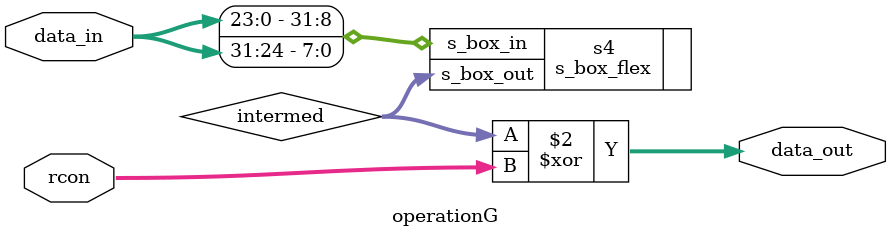
<source format=sv>
module operationG
(
	input reg [31:0]data_in,
	input reg [31:0]rcon,
	output reg [31:0]data_out
);

reg [31:0]intermed;


	s_box_flex #(4) s4 (
		.s_box_in({data_in[23:0],data_in[31:24]}),
		.s_box_out(intermed));

always_comb
begin
	data_out=intermed^rcon;
end

endmodule

</source>
